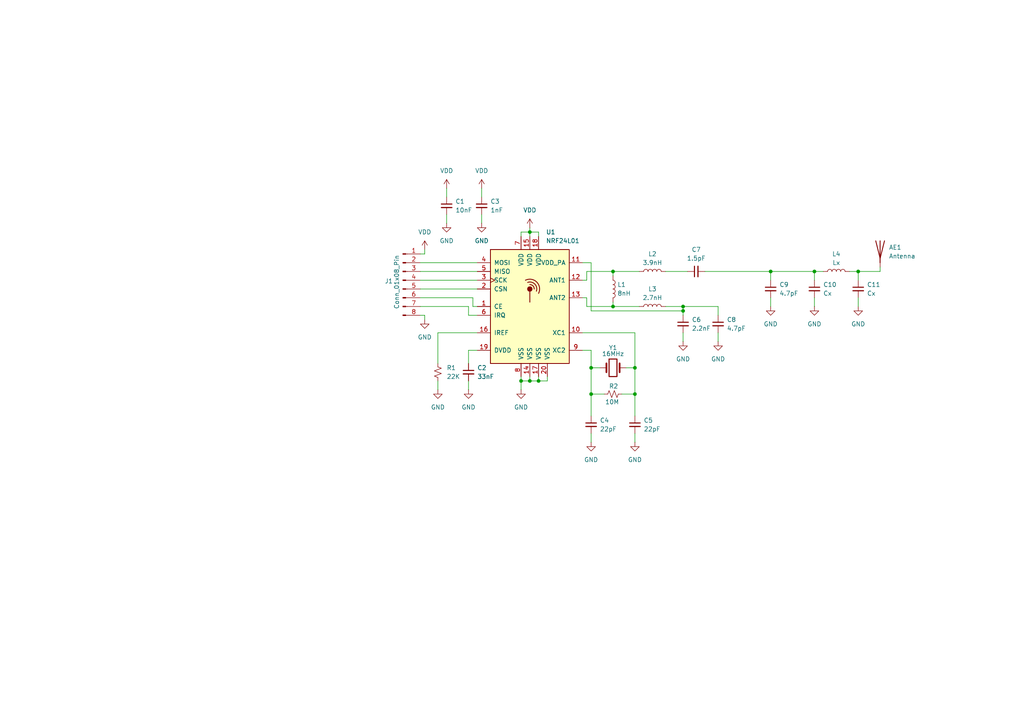
<source format=kicad_sch>
(kicad_sch (version 20250114) (generator "eeschema") (generator_version "9.0")
  (paper "A4")
  (lib_symbols
    (symbol "Connector:Conn_01x08_Pin" (pin_names (offset 1.016) (hide yes))
      (property "Reference" "J" (at 0 10.16 0))
      (property "Value" "Conn_01x08_Pin" (at 0 -12.7 0))
      (symbol "Conn_01x08_Pin_1_1"
        (rectangle (start 0.8636 7.747) (end 0 7.493) (stroke (width 0.1524)) (fill (type outline)))
        (rectangle (start 0.8636 5.207) (end 0 4.953) (stroke (width 0.1524)) (fill (type outline)))
        (rectangle (start 0.8636 2.667) (end 0 2.413) (stroke (width 0.1524)) (fill (type outline)))
        (rectangle (start 0.8636 0.127) (end 0 -0.127) (stroke (width 0.1524)) (fill (type outline)))
        (rectangle (start 0.8636 -2.413) (end 0 -2.667) (stroke (width 0.1524)) (fill (type outline)))
        (rectangle (start 0.8636 -4.953) (end 0 -5.207) (stroke (width 0.1524)) (fill (type outline)))
        (rectangle (start 0.8636 -7.493) (end 0 -7.747) (stroke (width 0.1524)) (fill (type outline)))
        (rectangle (start 0.8636 -10.033) (end 0 -10.287) (stroke (width 0.1524)) (fill (type outline)))
        (polyline (pts (xy 1.27 7.62) (xy 0.8636 7.62)) (stroke (width 0.1524)))
        (polyline (pts (xy 1.27 5.08) (xy 0.8636 5.08)) (stroke (width 0.1524)))
        (polyline (pts (xy 1.27 2.54) (xy 0.8636 2.54)) (stroke (width 0.1524)))
        (polyline (pts (xy 1.27 0) (xy 0.8636 0)) (stroke (width 0.1524)))
        (polyline (pts (xy 1.27 -2.54) (xy 0.8636 -2.54)) (stroke (width 0.1524)))
        (polyline (pts (xy 1.27 -5.08) (xy 0.8636 -5.08)) (stroke (width 0.1524)))
        (polyline (pts (xy 1.27 -7.62) (xy 0.8636 -7.62)) (stroke (width 0.1524)))
        (polyline (pts (xy 1.27 -10.16) (xy 0.8636 -10.16)) (stroke (width 0.1524)))
        (pin passive line (at 5.08 7.62 180) (length 3.81) (name "Pin_1") (number "1"))
        (pin passive line (at 5.08 5.08 180) (length 3.81) (name "Pin_2") (number "2"))
        (pin passive line (at 5.08 2.54 180) (length 3.81) (name "Pin_3") (number "3"))
        (pin passive line (at 5.08 0 180) (length 3.81) (name "Pin_4") (number "4"))
        (pin passive line (at 5.08 -2.54 180) (length 3.81) (name "Pin_5") (number "5"))
        (pin passive line (at 5.08 -5.08 180) (length 3.81) (name "Pin_6") (number "6"))
        (pin passive line (at 5.08 -7.62 180) (length 3.81) (name "Pin_7") (number "7"))
        (pin passive line (at 5.08 -10.16 180) (length 3.81) (name "Pin_8") (number "8"))
      )
    )
    (symbol "Device:Antenna" (pin_numbers (hide yes)) (pin_names (offset 1.016) (hide yes))
      (property "Reference" "AE" (at -1.905 1.905 0))
      (property "Value" "Antenna" (at -1.905 0 0))
      (symbol "Antenna_0_1"
        (polyline (pts (xy 0 2.54) (xy 0 -3.81)) (stroke (width 0.254)))
        (polyline (pts (xy 1.27 2.54) (xy 0 -2.54) (xy -1.27 2.54)) (stroke (width 0.254)))
      )
      (symbol "Antenna_1_1"
        (pin input line (at 0 -5.08 90) (length 2.54) (name "A") (number "1"))
      )
    )
    (symbol "Device:C_Small" (pin_numbers (hide yes)) (pin_names (offset 0.254) (hide yes))
      (property "Reference" "C" (at 0.254 1.778 0))
      (property "Value" "C_Small" (at 0.254 -2.032 0))
      (symbol "C_Small_0_1"
        (polyline (pts (xy -1.524 0.508) (xy 1.524 0.508)) (stroke (width 0.3048)))
        (polyline (pts (xy -1.524 -0.508) (xy 1.524 -0.508)) (stroke (width 0.3302)))
      )
      (symbol "C_Small_1_1"
        (pin passive line (at 0 2.54 270) (length 2.032) (name "~") (number "1"))
        (pin passive line (at 0 -2.54 90) (length 2.032) (name "~") (number "2"))
      )
    )
    (symbol "Device:Crystal" (pin_numbers (hide yes)) (pin_names (offset 1.016) (hide yes))
      (property "Reference" "Y" (at 0 3.81 0))
      (property "Value" "Crystal" (at 0 -3.81 0))
      (symbol "Crystal_0_1"
        (polyline (pts (xy -2.54 0) (xy -1.905 0)))
        (polyline (pts (xy -1.905 -1.27) (xy -1.905 1.27)) (stroke (width 0.508)))
        (rectangle (start -1.143 2.54) (end 1.143 -2.54) (stroke (width 0.3048)))
        (polyline (pts (xy 1.905 -1.27) (xy 1.905 1.27)) (stroke (width 0.508)))
        (polyline (pts (xy 2.54 0) (xy 1.905 0)))
      )
      (symbol "Crystal_1_1"
        (pin passive line (at -3.81 0 0) (length 1.27) (name "1") (number "1"))
        (pin passive line (at 3.81 0 180) (length 1.27) (name "2") (number "2"))
      )
    )
    (symbol "Device:L" (pin_numbers (hide yes)) (pin_names (offset 1.016) (hide yes))
      (property "Reference" "L" (at -1.27 0 90))
      (property "Value" "L" (at 1.905 0 90))
      (symbol "L_0_1"
        (arc (start 0 2.54) (mid 0.6323 1.905) (end 0 1.27))
        (arc (start 0 1.27) (mid 0.6323 0.635) (end 0 0))
        (arc (start 0 0) (mid 0.6323 -0.635) (end 0 -1.27))
        (arc (start 0 -1.27) (mid 0.6323 -1.905) (end 0 -2.54))
      )
      (symbol "L_1_1"
        (pin passive line (at 0 3.81 270) (length 1.27) (name "1") (number "1"))
        (pin passive line (at 0 -3.81 90) (length 1.27) (name "2") (number "2"))
      )
    )
    (symbol "Device:R_Small_US" (pin_numbers (hide yes)) (pin_names (offset 0.254) (hide yes))
      (property "Reference" "R" (at 0.762 0.508 0))
      (property "Value" "R_Small_US" (at 0.762 -1.016 0))
      (symbol "R_Small_US_1_1"
        (polyline (pts (xy 0 1.524) (xy 1.016 1.143) (xy 0 0.762) (xy -1.016 0.381) (xy 0 0)))
        (polyline (pts (xy 0 0) (xy 1.016 -0.381) (xy 0 -0.762) (xy -1.016 -1.143) (xy 0 -1.524)))
        (pin passive line (at 0 2.54 270) (length 1.016) (name "~") (number "1"))
        (pin passive line (at 0 -2.54 90) (length 1.016) (name "~") (number "2"))
      )
    )
    (symbol "RF:NRF24L01" (pin_names (offset 1.016))
      (property "Reference" "U" (at -11.43 17.78 0))
      (property "Value" "NRF24L01" (at 5.08 17.78 0))
      (symbol "NRF24L01_0_1"
        (rectangle (start -11.43 16.51) (end 11.43 -16.51) (stroke (width 0.254)) (fill (type background)))
        (arc (start -1.27 7.62) (mid 2.008 7.088) (end 2.54 3.81) (stroke (width 0.254)))
        (circle (center 0 5.08) (radius 0.635) (stroke (width 0.254)) (fill (type outline)))
        (polyline (pts (xy 0 4.445) (xy 0 1.27)) (stroke (width 0.254)))
        (arc (start -0.635 6.985) (mid 1.4383 6.5183) (end 1.905 4.445) (stroke (width 0.254)))
        (arc (start 0 6.35) (mid 0.9108 5.9908) (end 1.27 5.08) (stroke (width 0.254)))
        (rectangle (start 11.43 -13.97) (end 11.43 -13.97))
      )
      (symbol "NRF24L01_1_1"
        (pin input line (at -15.24 12.7 0) (length 3.81) (name "MOSI") (number "4"))
        (pin output line (at -15.24 10.16 0) (length 3.81) (name "MISO") (number "5"))
        (pin input clock (at -15.24 7.62 0) (length 3.81) (name "SCK") (number "3"))
        (pin input line (at -15.24 5.08 0) (length 3.81) (name "CSN") (number "2"))
        (pin input line (at -15.24 0 0) (length 3.81) (name "CE") (number "1"))
        (pin output line (at -15.24 -2.54 0) (length 3.81) (name "IRQ") (number "6"))
        (pin passive line (at -15.24 -7.62 0) (length 3.81) (name "IREF") (number "16"))
        (pin power_out line (at -15.24 -12.7 0) (length 3.81) (name "DVDD") (number "19"))
        (pin power_in line (at -2.54 20.32 270) (length 3.81) (name "VDD") (number "7"))
        (pin power_in line (at -2.54 -20.32 90) (length 3.81) (name "VSS") (number "8"))
        (pin power_in line (at 0 20.32 270) (length 3.81) (name "VDD") (number "15"))
        (pin power_in line (at 0 -20.32 90) (length 3.81) (name "VSS") (number "14"))
        (pin power_in line (at 2.54 20.32 270) (length 3.81) (name "VDD") (number "18"))
        (pin power_in line (at 2.54 -20.32 90) (length 3.81) (name "VSS") (number "17"))
        (pin power_in line (at 5.08 -20.32 90) (length 3.81) (name "VSS") (number "20"))
        (pin power_out line (at 15.24 12.7 180) (length 3.81) (name "VDD_PA") (number "11"))
        (pin passive line (at 15.24 7.62 180) (length 3.81) (name "ANT1") (number "12"))
        (pin passive line (at 15.24 2.54 180) (length 3.81) (name "ANT2") (number "13"))
        (pin passive line (at 15.24 -7.62 180) (length 3.81) (name "XC1") (number "10"))
        (pin passive line (at 15.24 -12.7 180) (length 3.81) (name "XC2") (number "9"))
      )
    )
    (symbol "power:GND" (power) (pin_numbers (hide yes)) (pin_names (offset 0) (hide yes))
      (property "Value" "GND" (at 0 -3.81 0))
      (symbol "GND_0_1"
        (polyline (pts (xy 0 0) (xy 0 -1.27) (xy 1.27 -1.27) (xy 0 -2.54) (xy -1.27 -1.27) (xy 0 -1.27)))
      )
      (symbol "GND_1_1"
        (pin power_in line (at 0 0 270) (length 0) (name "~") (number "1"))
      )
    )
    (symbol "power:VDD" (power) (pin_numbers (hide yes)) (pin_names (offset 0) (hide yes))
      (property "Value" "VDD" (at 0 3.556 0))
      (symbol "VDD_0_1"
        (polyline (pts (xy -0.762 1.27) (xy 0 2.54)))
        (polyline (pts (xy 0 2.54) (xy 0.762 1.27)))
        (polyline (pts (xy 0 0) (xy 0 2.54)))
      )
      (symbol "VDD_1_1"
        (pin power_in line (at 0 0 90) (length 0) (name "~") (number "1"))
      )
    )
  )
  (junction (at 236.22 78.74))
  (junction (at 177.8 78.74))
  (junction (at 248.92 78.74))
  (junction (at 177.8 88.9))
  (junction (at 171.45 114.3))
  (junction (at 223.52 78.74))
  (junction (at 184.15 106.68))
  (junction (at 184.15 114.3))
  (junction (at 198.12 90.17))
  (junction (at 171.45 106.68))
  (junction (at 153.67 110.49))
  (junction (at 151.13 110.49))
  (junction (at 156.21 110.49))
  (junction (at 198.12 88.9))
  (junction (at 153.67 67.31))
  (wire (pts (xy 255.27 77.47) (xy 255.27 78.74)))
  (wire (pts (xy 135.89 88.9) (xy 135.89 91.44)))
  (wire (pts (xy 246.38 78.74) (xy 248.92 78.74)))
  (wire (pts (xy 168.91 76.2) (xy 171.45 76.2)))
  (wire (pts (xy 153.67 109.22) (xy 153.67 110.49)))
  (wire (pts (xy 168.91 86.36) (xy 170.18 86.36)))
  (wire (pts (xy 135.89 91.44) (xy 138.43 91.44)))
  (wire (pts (xy 171.45 125.73) (xy 171.45 128.27)))
  (wire (pts (xy 127 96.52) (xy 127 105.41)))
  (wire (pts (xy 184.15 125.73) (xy 184.15 128.27)))
  (wire (pts (xy 153.67 110.49) (xy 156.21 110.49)))
  (wire (pts (xy 151.13 67.31) (xy 153.67 67.31)))
  (wire (pts (xy 171.45 90.17) (xy 198.12 90.17)))
  (wire (pts (xy 171.45 106.68) (xy 171.45 114.3)))
  (wire (pts (xy 193.04 88.9) (xy 198.12 88.9)))
  (wire (pts (xy 177.8 88.9) (xy 185.42 88.9)))
  (wire (pts (xy 171.45 101.6) (xy 171.45 106.68)))
  (wire (pts (xy 135.89 101.6) (xy 138.43 101.6)))
  (wire (pts (xy 121.92 86.36) (xy 137.16 86.36)))
  (wire (pts (xy 184.15 106.68) (xy 184.15 114.3)))
  (wire (pts (xy 208.28 91.44) (xy 208.28 88.9)))
  (wire (pts (xy 223.52 78.74) (xy 223.52 81.28)))
  (wire (pts (xy 156.21 110.49) (xy 158.75 110.49)))
  (wire (pts (xy 127 110.49) (xy 127 113.03)))
  (wire (pts (xy 171.45 76.2) (xy 171.45 90.17)))
  (wire (pts (xy 156.21 109.22) (xy 156.21 110.49)))
  (wire (pts (xy 121.92 91.44) (xy 123.19 91.44)))
  (wire (pts (xy 170.18 86.36) (xy 170.18 88.9)))
  (wire (pts (xy 123.19 72.39) (xy 123.19 73.66)))
  (wire (pts (xy 129.54 54.61) (xy 129.54 57.15)))
  (wire (pts (xy 153.67 67.31) (xy 153.67 68.58)))
  (wire (pts (xy 168.91 81.28) (xy 170.18 81.28)))
  (wire (pts (xy 121.92 81.28) (xy 138.43 81.28)))
  (wire (pts (xy 156.21 67.31) (xy 153.67 67.31)))
  (wire (pts (xy 153.67 66.04) (xy 153.67 67.31)))
  (wire (pts (xy 248.92 86.36) (xy 248.92 88.9)))
  (wire (pts (xy 236.22 86.36) (xy 236.22 88.9)))
  (wire (pts (xy 198.12 90.17) (xy 198.12 91.44)))
  (wire (pts (xy 255.27 78.74) (xy 248.92 78.74)))
  (wire (pts (xy 177.8 88.9) (xy 177.8 87.63)))
  (wire (pts (xy 137.16 88.9) (xy 138.43 88.9)))
  (wire (pts (xy 151.13 109.22) (xy 151.13 110.49)))
  (wire (pts (xy 180.34 114.3) (xy 184.15 114.3)))
  (wire (pts (xy 123.19 73.66) (xy 121.92 73.66)))
  (wire (pts (xy 185.42 78.74) (xy 177.8 78.74)))
  (wire (pts (xy 151.13 110.49) (xy 153.67 110.49)))
  (wire (pts (xy 204.47 78.74) (xy 223.52 78.74)))
  (wire (pts (xy 198.12 88.9) (xy 198.12 90.17)))
  (wire (pts (xy 139.7 62.23) (xy 139.7 64.77)))
  (wire (pts (xy 121.92 88.9) (xy 135.89 88.9)))
  (wire (pts (xy 223.52 86.36) (xy 223.52 88.9)))
  (wire (pts (xy 193.04 78.74) (xy 199.39 78.74)))
  (wire (pts (xy 170.18 78.74) (xy 177.8 78.74)))
  (wire (pts (xy 123.19 91.44) (xy 123.19 92.71)))
  (wire (pts (xy 151.13 68.58) (xy 151.13 67.31)))
  (wire (pts (xy 121.92 76.2) (xy 138.43 76.2)))
  (wire (pts (xy 175.26 114.3) (xy 171.45 114.3)))
  (wire (pts (xy 137.16 86.36) (xy 137.16 88.9)))
  (wire (pts (xy 184.15 96.52) (xy 184.15 106.68)))
  (wire (pts (xy 168.91 96.52) (xy 184.15 96.52)))
  (wire (pts (xy 135.89 105.41) (xy 135.89 101.6)))
  (wire (pts (xy 170.18 78.74) (xy 170.18 81.28)))
  (wire (pts (xy 121.92 83.82) (xy 138.43 83.82)))
  (wire (pts (xy 170.18 88.9) (xy 177.8 88.9)))
  (wire (pts (xy 184.15 114.3) (xy 184.15 120.65)))
  (wire (pts (xy 151.13 110.49) (xy 151.13 113.03)))
  (wire (pts (xy 171.45 106.68) (xy 173.99 106.68)))
  (wire (pts (xy 138.43 96.52) (xy 127 96.52)))
  (wire (pts (xy 158.75 110.49) (xy 158.75 109.22)))
  (wire (pts (xy 236.22 78.74) (xy 236.22 81.28)))
  (wire (pts (xy 236.22 78.74) (xy 238.76 78.74)))
  (wire (pts (xy 121.92 78.74) (xy 138.43 78.74)))
  (wire (pts (xy 171.45 114.3) (xy 171.45 120.65)))
  (wire (pts (xy 248.92 78.74) (xy 248.92 81.28)))
  (wire (pts (xy 208.28 96.52) (xy 208.28 99.06)))
  (wire (pts (xy 156.21 68.58) (xy 156.21 67.31)))
  (wire (pts (xy 181.61 106.68) (xy 184.15 106.68)))
  (wire (pts (xy 168.91 101.6) (xy 171.45 101.6)))
  (wire (pts (xy 135.89 110.49) (xy 135.89 113.03)))
  (wire (pts (xy 198.12 96.52) (xy 198.12 99.06)))
  (wire (pts (xy 129.54 62.23) (xy 129.54 64.77)))
  (wire (pts (xy 177.8 78.74) (xy 177.8 80.01)))
  (wire (pts (xy 223.52 78.74) (xy 236.22 78.74)))
  (wire (pts (xy 208.28 88.9) (xy 198.12 88.9)))
  (wire (pts (xy 139.7 54.61) (xy 139.7 57.15)))
  (symbol (lib_id "Device:C_Small") (at 236.22 83.82 0) (unit 1)
    (property "Reference" "C10" (at 238.76 82.5562 0) (effects (justify left)))
    (property "Value" "Cx" (at 238.76 85.0962 0) (effects (justify left)))
    (property "Footprint" "Capacitor_SMD:C_0402_1005Metric" (effects (hide yes)))
    (property "Description" "Unpolarized capacitor, small symbol" (effects (hide yes)))
  )
  (symbol (lib_id "Device:L") (at 189.23 88.9 90) (unit 1)
    (property "Reference" "L3" (at 189.23 83.82 90))
    (property "Value" "2.7nH" (at 189.23 86.36 90))
    (property "Footprint" "Inductor_SMD:L_0402_1005Metric" (effects (hide yes)))
    (property "Description" "Inductor" (effects (hide yes)))
  )
  (symbol (lib_id "Device:C_Small") (at 184.15 123.19 0) (unit 1)
    (property "Reference" "C5" (at 186.69 121.9262 0) (effects (justify left)))
    (property "Value" "22pF" (at 186.69 124.4662 0) (effects (justify left)))
    (property "Footprint" "Capacitor_SMD:C_0402_1005Metric" (effects (hide yes)))
    (property "Description" "Unpolarized capacitor, small symbol" (effects (hide yes)))
  )
  (symbol (lib_id "Device:C_Small") (at 223.52 83.82 0) (unit 1)
    (property "Reference" "C9" (at 226.06 82.5562 0) (effects (justify left)))
    (property "Value" "4.7pF" (at 226.06 85.0962 0) (effects (justify left)))
    (property "Footprint" "Capacitor_SMD:C_0402_1005Metric" (effects (hide yes)))
    (property "Description" "Unpolarized capacitor, small symbol" (effects (hide yes)))
  )
  (symbol (lib_id "Device:C_Small") (at 129.54 59.69 0) (unit 1)
    (property "Reference" "C1" (at 132.08 58.4262 0) (effects (justify left)))
    (property "Value" "10nF" (at 132.08 60.9662 0) (effects (justify left)))
    (property "Footprint" "Capacitor_SMD:C_0402_1005Metric" (effects (hide yes)))
    (property "Description" "Unpolarized capacitor, small symbol" (effects (hide yes)))
  )
  (symbol (lib_id "power:GND") (at 123.19 92.71 0) (unit 1)
    (property "Reference" "#PWR02" (effects (hide yes)))
    (property "Value" "GND" (at 123.19 97.79 0))
    (property "Description" "Power symbol creates a global label with name \"GND\" , ground" (effects (hide yes)))
  )
  (symbol (lib_id "power:VDD") (at 129.54 54.61 0) (unit 1)
    (property "Reference" "#PWR04" (effects (hide yes)))
    (property "Value" "VDD" (at 129.54 49.53 0))
    (property "Description" "Power symbol creates a global label with name \"VDD\"" (effects (hide yes)))
  )
  (symbol (lib_id "Device:R_Small_US") (at 177.8 114.3 90) (unit 1)
    (property "Reference" "R2" (at 179.324 112.014 90) (effects (justify left)))
    (property "Value" "10M" (at 179.578 116.586 90) (effects (justify left)))
    (property "Footprint" "Resistor_SMD:R_0402_1005Metric" (effects (hide yes)))
    (property "Description" "Resistor, small US symbol" (effects (hide yes)))
  )
  (symbol (lib_id "power:GND") (at 236.22 88.9 0) (unit 1)
    (property "Reference" "#PWR016" (effects (hide yes)))
    (property "Value" "GND" (at 236.22 93.98 0))
    (property "Description" "Power symbol creates a global label with name \"GND\" , ground" (effects (hide yes)))
  )
  (symbol (lib_id "Device:L") (at 242.57 78.74 90) (unit 1)
    (property "Reference" "L4" (at 242.57 73.66 90))
    (property "Value" "Lx" (at 242.57 76.2 90))
    (property "Footprint" "Inductor_SMD:L_0402_1005Metric" (effects (hide yes)))
    (property "Description" "Inductor" (effects (hide yes)))
  )
  (symbol (lib_id "power:VDD") (at 153.67 66.04 0) (unit 1)
    (property "Reference" "#PWR010" (effects (hide yes)))
    (property "Value" "VDD" (at 153.67 60.96 0))
    (property "Description" "Power symbol creates a global label with name \"VDD\"" (effects (hide yes)))
  )
  (symbol (lib_id "power:VDD") (at 139.7 54.61 0) (unit 1)
    (property "Reference" "#PWR07" (effects (hide yes)))
    (property "Value" "VDD" (at 139.7 49.53 0))
    (property "Description" "Power symbol creates a global label with name \"VDD\"" (effects (hide yes)))
  )
  (symbol (lib_id "power:GND") (at 184.15 128.27 0) (unit 1)
    (property "Reference" "#PWR012" (effects (hide yes)))
    (property "Value" "GND" (at 184.15 133.35 0))
    (property "Description" "Power symbol creates a global label with name \"GND\" , ground" (effects (hide yes)))
  )
  (symbol (lib_id "power:GND") (at 151.13 113.03 0) (unit 1)
    (property "Reference" "#PWR09" (effects (hide yes)))
    (property "Value" "GND" (at 151.13 118.11 0))
    (property "Description" "Power symbol creates a global label with name \"GND\" , ground" (effects (hide yes)))
  )
  (symbol (lib_id "power:VDD") (at 123.19 72.39 0) (unit 1)
    (property "Reference" "#PWR01" (effects (hide yes)))
    (property "Value" "VDD" (at 123.19 67.31 0))
    (property "Description" "Power symbol creates a global label with name \"VDD\"" (effects (hide yes)))
  )
  (symbol (lib_id "Device:C_Small") (at 208.28 93.98 0) (unit 1)
    (property "Reference" "C8" (at 210.82 92.7162 0) (effects (justify left)))
    (property "Value" "4.7pF" (at 210.82 95.2562 0) (effects (justify left)))
    (property "Footprint" "Capacitor_SMD:C_0402_1005Metric" (effects (hide yes)))
    (property "Description" "Unpolarized capacitor, small symbol" (effects (hide yes)))
  )
  (symbol (lib_id "Device:C_Small") (at 135.89 107.95 0) (unit 1)
    (property "Reference" "C2" (at 138.43 106.6862 0) (effects (justify left)))
    (property "Value" "33nF" (at 138.43 109.2262 0) (effects (justify left)))
    (property "Footprint" "Capacitor_SMD:C_0402_1005Metric" (effects (hide yes)))
    (property "Description" "Unpolarized capacitor, small symbol" (effects (hide yes)))
  )
  (symbol (lib_id "power:GND") (at 129.54 64.77 0) (unit 1)
    (property "Reference" "#PWR05" (effects (hide yes)))
    (property "Value" "GND" (at 129.54 69.85 0))
    (property "Description" "Power symbol creates a global label with name \"GND\" , ground" (effects (hide yes)))
  )
  (symbol (lib_id "Device:Antenna") (at 255.27 72.39 0) (unit 1)
    (property "Reference" "AE1" (at 257.81 71.7549 0) (effects (justify left)))
    (property "Value" "Antenna" (at 257.81 74.2949 0) (effects (justify left)))
    (property "Footprint" "RF_Antenna:Texas_SWRA117D_2.4GHz_Right" (effects (hide yes)))
    (property "Description" "Antenna" (effects (hide yes)))
  )
  (symbol (lib_id "power:GND") (at 248.92 88.9 0) (unit 1)
    (property "Reference" "#PWR017" (effects (hide yes)))
    (property "Value" "GND" (at 248.92 93.98 0))
    (property "Description" "Power symbol creates a global label with name \"GND\" , ground" (effects (hide yes)))
  )
  (symbol (lib_id "Device:R_Small_US") (at 127 107.95 0) (unit 1)
    (property "Reference" "R1" (at 129.54 106.6799 0) (effects (justify left)))
    (property "Value" "22K" (at 129.54 109.2199 0) (effects (justify left)))
    (property "Footprint" "Resistor_SMD:R_0402_1005Metric" (effects (hide yes)))
    (property "Description" "Resistor, small US symbol" (effects (hide yes)))
  )
  (symbol (lib_id "power:GND") (at 208.28 99.06 0) (unit 1)
    (property "Reference" "#PWR014" (effects (hide yes)))
    (property "Value" "GND" (at 208.28 104.14 0))
    (property "Description" "Power symbol creates a global label with name \"GND\" , ground" (effects (hide yes)))
  )
  (symbol (lib_id "Device:L") (at 177.8 83.82 0) (unit 1)
    (property "Reference" "L1" (at 179.07 82.5499 0) (effects (justify left)))
    (property "Value" "8nH" (at 179.07 85.0899 0) (effects (justify left)))
    (property "Footprint" "Inductor_SMD:L_0402_1005Metric" (effects (hide yes)))
    (property "Description" "Inductor" (effects (hide yes)))
  )
  (symbol (lib_id "Connector:Conn_01x08_Pin") (at 116.84 81.28 0) (unit 1)
    (property "Reference" "J1" (at 112.776 81.534 0))
    (property "Value" "Conn_01x08_Pin" (at 115.062 81.788 90))
    (property "Footprint" "Connector_Hirose:Hirose_DF13-08P-1.25DSA_1x08_P1.25mm_Vertical" (effects (hide yes)))
    (property "Description" "Generic connector, single row, 01x08, script generated" (effects (hide yes)))
  )
  (symbol (lib_id "power:GND") (at 135.89 113.03 0) (unit 1)
    (property "Reference" "#PWR06" (effects (hide yes)))
    (property "Value" "GND" (at 135.89 118.11 0))
    (property "Description" "Power symbol creates a global label with name \"GND\" , ground" (effects (hide yes)))
  )
  (symbol (lib_id "Device:L") (at 189.23 78.74 90) (unit 1)
    (property "Reference" "L2" (at 189.23 73.66 90))
    (property "Value" "3.9nH" (at 189.23 76.2 90))
    (property "Footprint" "Inductor_SMD:L_0402_1005Metric" (effects (hide yes)))
    (property "Description" "Inductor" (effects (hide yes)))
  )
  (symbol (lib_id "Device:C_Small") (at 139.7 59.69 0) (unit 1)
    (property "Reference" "C3" (at 142.24 58.4262 0) (effects (justify left)))
    (property "Value" "1nF" (at 142.24 60.9662 0) (effects (justify left)))
    (property "Footprint" "Capacitor_SMD:C_0402_1005Metric" (effects (hide yes)))
    (property "Description" "Unpolarized capacitor, small symbol" (effects (hide yes)))
  )
  (symbol (lib_id "Device:C_Small") (at 248.92 83.82 0) (unit 1)
    (property "Reference" "C11" (at 251.46 82.5562 0) (effects (justify left)))
    (property "Value" "Cx" (at 251.46 85.0962 0) (effects (justify left)))
    (property "Footprint" "Capacitor_SMD:C_0402_1005Metric" (effects (hide yes)))
    (property "Description" "Unpolarized capacitor, small symbol" (effects (hide yes)))
  )
  (symbol (lib_id "power:GND") (at 198.12 99.06 0) (unit 1)
    (property "Reference" "#PWR013" (effects (hide yes)))
    (property "Value" "GND" (at 198.12 104.14 0))
    (property "Description" "Power symbol creates a global label with name \"GND\" , ground" (effects (hide yes)))
  )
  (symbol (lib_id "power:GND") (at 127 113.03 0) (unit 1)
    (property "Reference" "#PWR03" (effects (hide yes)))
    (property "Value" "GND" (at 127 118.11 0))
    (property "Description" "Power symbol creates a global label with name \"GND\" , ground" (effects (hide yes)))
  )
  (symbol (lib_id "Device:C_Small") (at 198.12 93.98 0) (unit 1)
    (property "Reference" "C6" (at 200.66 92.7162 0) (effects (justify left)))
    (property "Value" "2.2nF" (at 200.66 95.2562 0) (effects (justify left)))
    (property "Footprint" "Capacitor_SMD:C_0402_1005Metric" (effects (hide yes)))
    (property "Description" "Unpolarized capacitor, small symbol" (effects (hide yes)))
  )
  (symbol (lib_id "power:GND") (at 171.45 128.27 0) (unit 1)
    (property "Reference" "#PWR011" (effects (hide yes)))
    (property "Value" "GND" (at 171.45 133.35 0))
    (property "Description" "Power symbol creates a global label with name \"GND\" , ground" (effects (hide yes)))
  )
  (symbol (lib_id "Device:C_Small") (at 171.45 123.19 0) (unit 1)
    (property "Reference" "C4" (at 173.99 121.9262 0) (effects (justify left)))
    (property "Value" "22pF" (at 173.99 124.4662 0) (effects (justify left)))
    (property "Footprint" "Capacitor_SMD:C_0402_1005Metric" (effects (hide yes)))
    (property "Description" "Unpolarized capacitor, small symbol" (effects (hide yes)))
  )
  (symbol (lib_id "Device:C_Small") (at 201.93 78.74 90) (unit 1)
    (property "Reference" "C7" (at 201.9363 72.39 90))
    (property "Value" "1.5pF" (at 201.9363 74.93 90))
    (property "Footprint" "Capacitor_SMD:C_0402_1005Metric" (effects (hide yes)))
    (property "Description" "Unpolarized capacitor, small symbol" (effects (hide yes)))
  )
  (symbol (lib_id "Device:Crystal") (at 177.8 106.68 0) (unit 1)
    (property "Reference" "Y1" (at 177.8 100.838 0))
    (property "Value" "16MHz" (at 177.8 102.616 0))
    (property "Footprint" "Crystal:Crystal_SMD_3215-2Pin_3.2x1.5mm" (effects (hide yes)))
    (property "Description" "Two pin crystal" (effects (hide yes)))
  )
  (symbol (lib_id "power:GND") (at 139.7 64.77 0) (unit 1)
    (property "Reference" "#PWR08" (effects (hide yes)))
    (property "Value" "GND" (at 139.7 69.85 0))
    (property "Description" "Power symbol creates a global label with name \"GND\" , ground" (effects (hide yes)))
  )
  (symbol (lib_id "power:GND") (at 223.52 88.9 0) (unit 1)
    (property "Reference" "#PWR015" (effects (hide yes)))
    (property "Value" "GND" (at 223.52 93.98 0))
    (property "Description" "Power symbol creates a global label with name \"GND\" , ground" (effects (hide yes)))
  )
  (symbol (lib_id "RF:NRF24L01") (at 153.67 88.9 0) (unit 1)
    (property "Reference" "U1" (at 158.3533 67.31 0) (effects (justify left)))
    (property "Value" "NRF24L01" (at 158.3533 69.85 0) (effects (justify left)))
    (property "Footprint" "Package_DFN_QFN:QFN-20-1EP_4x4mm_P0.5mm_EP2.5x2.5mm" (effects (hide yes)))
    (property "Datasheet" "http://www.nordicsemi.com/eng/content/download/2730/34105/file/nRF24L01_Product_Specification_v2_0.pdf" (effects (hide yes)))
    (property "Description" "Ultra low power 2.4GHz RF Transceiver, QFN-20" (effects (hide yes)))
  )
)
</source>
